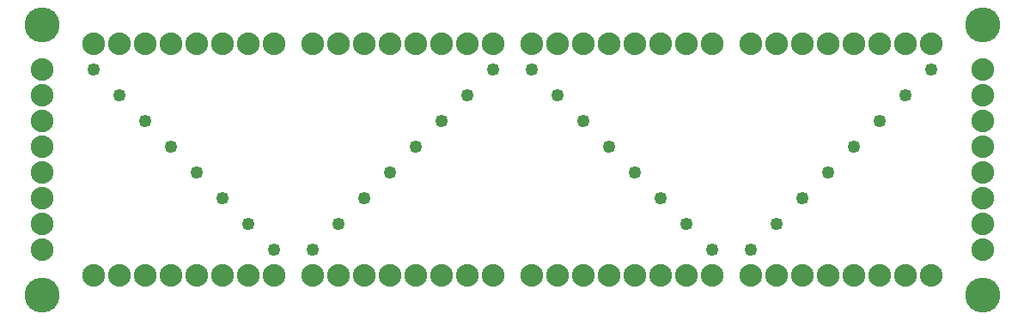
<source format=gts>
G04 MADE WITH FRITZING*
G04 WWW.FRITZING.ORG*
G04 DOUBLE SIDED*
G04 HOLES PLATED*
G04 CONTOUR ON CENTER OF CONTOUR VECTOR*
%ASAXBY*%
%FSLAX23Y23*%
%MOIN*%
%OFA0B0*%
%SFA1.0B1.0*%
%ADD10C,0.088000*%
%ADD11C,0.049370*%
%ADD12C,0.135984*%
%LNMASK1*%
G90*
G70*
G54D10*
X2870Y205D03*
X2970Y205D03*
X3070Y205D03*
X3170Y205D03*
X3270Y205D03*
X3370Y205D03*
X3470Y205D03*
X3570Y205D03*
X2720Y205D03*
X2620Y205D03*
X2520Y205D03*
X2420Y205D03*
X2320Y205D03*
X2220Y205D03*
X2120Y205D03*
X2020Y205D03*
X1170Y205D03*
X1270Y205D03*
X1370Y205D03*
X1470Y205D03*
X1570Y205D03*
X1670Y205D03*
X1770Y205D03*
X1870Y205D03*
X1020Y205D03*
X920Y205D03*
X820Y205D03*
X720Y205D03*
X620Y205D03*
X520Y205D03*
X420Y205D03*
X320Y205D03*
X2870Y1105D03*
X2970Y1105D03*
X3070Y1105D03*
X3170Y1105D03*
X3270Y1105D03*
X3370Y1105D03*
X3470Y1105D03*
X3570Y1105D03*
X2720Y1105D03*
X2620Y1105D03*
X2520Y1105D03*
X2420Y1105D03*
X2320Y1105D03*
X2220Y1105D03*
X2120Y1105D03*
X2020Y1105D03*
X1170Y1105D03*
X1270Y1105D03*
X1370Y1105D03*
X1470Y1105D03*
X1570Y1105D03*
X1670Y1105D03*
X1770Y1105D03*
X1870Y1105D03*
X1020Y1105D03*
X920Y1105D03*
X820Y1105D03*
X720Y1105D03*
X620Y1105D03*
X520Y1105D03*
X420Y1105D03*
X320Y1105D03*
X3770Y305D03*
X3770Y405D03*
X3770Y505D03*
X3770Y605D03*
X3770Y705D03*
X3770Y805D03*
X3770Y905D03*
X3770Y1005D03*
X120Y305D03*
X120Y405D03*
X120Y505D03*
X120Y605D03*
X120Y705D03*
X120Y805D03*
X120Y905D03*
X120Y1005D03*
G54D11*
X3070Y505D03*
X2520Y505D03*
X1370Y505D03*
X820Y505D03*
X2870Y305D03*
X2720Y305D03*
X1170Y305D03*
X1020Y305D03*
X2970Y405D03*
X2620Y405D03*
X1270Y405D03*
X920Y405D03*
X3170Y605D03*
X2420Y605D03*
X1470Y605D03*
X720Y605D03*
X3270Y705D03*
X2320Y705D03*
X1570Y705D03*
X620Y705D03*
X3370Y805D03*
X2220Y805D03*
X1670Y805D03*
X520Y805D03*
X3470Y905D03*
X2120Y905D03*
X1770Y905D03*
X420Y905D03*
X3570Y1005D03*
X2020Y1005D03*
X1870Y1005D03*
X320Y1005D03*
G54D12*
X3770Y1180D03*
X3770Y130D03*
X120Y1180D03*
X120Y130D03*
G04 End of Mask1*
M02*
</source>
